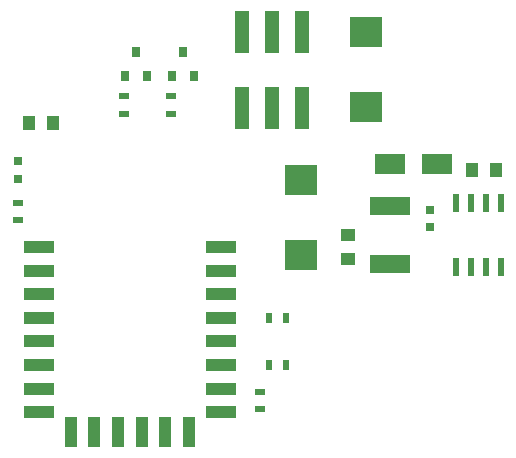
<source format=gbr>
G04 #@! TF.GenerationSoftware,KiCad,Pcbnew,(6.0.0-rc1-dev-557-ge985f797c)*
G04 #@! TF.CreationDate,2018-10-28T11:13:31+01:00*
G04 #@! TF.ProjectId,GIRA ESP8266 Jalousiesteuerung,474952412045535038323636204A616C,1.0*
G04 #@! TF.SameCoordinates,Original*
G04 #@! TF.FileFunction,Paste,Top*
G04 #@! TF.FilePolarity,Positive*
%FSLAX46Y46*%
G04 Gerber Fmt 4.6, Leading zero omitted, Abs format (unit mm)*
G04 Created by KiCad (PCBNEW (6.0.0-rc1-dev-557-ge985f797c)) date 10/28/18 11:13:31*
%MOMM*%
%LPD*%
G01*
G04 APERTURE LIST*
%ADD10R,1.000000X1.250000*%
%ADD11R,1.250000X1.000000*%
%ADD12R,1.100000X2.500000*%
%ADD13R,2.500000X1.100000*%
%ADD14R,2.700000X2.550000*%
%ADD15R,0.750000X0.800000*%
%ADD16R,2.500000X1.800000*%
%ADD17R,3.500000X1.600000*%
%ADD18R,1.270000X3.600000*%
%ADD19R,0.800000X0.900000*%
%ADD20R,0.900000X0.500000*%
%ADD21R,0.500000X0.900000*%
%ADD22R,0.600000X1.550000*%
G04 APERTURE END LIST*
D10*
G04 #@! TO.C,C7*
X92000000Y-64000000D03*
X90000000Y-64000000D03*
G04 #@! TD*
D11*
G04 #@! TO.C,C6*
X79500000Y-69500000D03*
X79500000Y-71500000D03*
G04 #@! TD*
D12*
G04 #@! TO.C,U1*
X65990000Y-86200000D03*
X63990000Y-86200000D03*
X61990000Y-86200000D03*
X59990000Y-86200000D03*
X57990000Y-86200000D03*
X55990000Y-86200000D03*
D13*
X68700000Y-70500000D03*
X68700000Y-72500000D03*
X68700000Y-74500000D03*
X68700000Y-76500000D03*
X68700000Y-78500000D03*
X68700000Y-80500000D03*
X68700000Y-82500000D03*
X68700000Y-84500000D03*
X53300000Y-84500000D03*
X53300000Y-82500000D03*
X53300000Y-80500000D03*
X53300000Y-78500000D03*
X53300000Y-76500000D03*
X53300000Y-74500000D03*
X53300000Y-72500000D03*
X53300000Y-70500000D03*
G04 #@! TD*
D14*
G04 #@! TO.C,C1*
X81000000Y-52325000D03*
X81000000Y-58675000D03*
G04 #@! TD*
D15*
G04 #@! TO.C,C2*
X86400000Y-67350000D03*
X86400000Y-68850000D03*
G04 #@! TD*
D10*
G04 #@! TO.C,C3*
X54500000Y-60000000D03*
X52500000Y-60000000D03*
G04 #@! TD*
D14*
G04 #@! TO.C,C4*
X75500000Y-64825000D03*
X75500000Y-71175000D03*
G04 #@! TD*
D15*
G04 #@! TO.C,C5*
X51500000Y-63250000D03*
X51500000Y-64750000D03*
G04 #@! TD*
D16*
G04 #@! TO.C,D1*
X87000000Y-63500000D03*
X83000000Y-63500000D03*
G04 #@! TD*
D17*
G04 #@! TO.C,L1*
X83000000Y-71940000D03*
X83000000Y-67060000D03*
G04 #@! TD*
D18*
G04 #@! TO.C,P1*
X70460000Y-52300000D03*
X73000000Y-52300000D03*
X75540000Y-52300000D03*
X75540000Y-58700000D03*
X73000000Y-58700000D03*
X70460000Y-58700000D03*
G04 #@! TD*
D19*
G04 #@! TO.C,Q1*
X60550000Y-56000000D03*
X62450000Y-56000000D03*
X61500000Y-54000000D03*
G04 #@! TD*
G04 #@! TO.C,Q2*
X65500000Y-54000000D03*
X66450000Y-56000000D03*
X64550000Y-56000000D03*
G04 #@! TD*
D20*
G04 #@! TO.C,R1*
X51500000Y-66750000D03*
X51500000Y-68250000D03*
G04 #@! TD*
G04 #@! TO.C,R2*
X72000000Y-84250000D03*
X72000000Y-82750000D03*
G04 #@! TD*
G04 #@! TO.C,R3*
X60500000Y-59250000D03*
X60500000Y-57750000D03*
G04 #@! TD*
G04 #@! TO.C,R4*
X64500000Y-57750000D03*
X64500000Y-59250000D03*
G04 #@! TD*
D21*
G04 #@! TO.C,R5*
X72750000Y-76500000D03*
X74250000Y-76500000D03*
G04 #@! TD*
G04 #@! TO.C,R6*
X74250000Y-80500000D03*
X72750000Y-80500000D03*
G04 #@! TD*
D22*
G04 #@! TO.C,U2*
X88595000Y-66800000D03*
X89865000Y-66800000D03*
X91135000Y-66800000D03*
X92405000Y-66800000D03*
X92405000Y-72200000D03*
X91135000Y-72200000D03*
X89865000Y-72200000D03*
X88595000Y-72200000D03*
G04 #@! TD*
M02*

</source>
